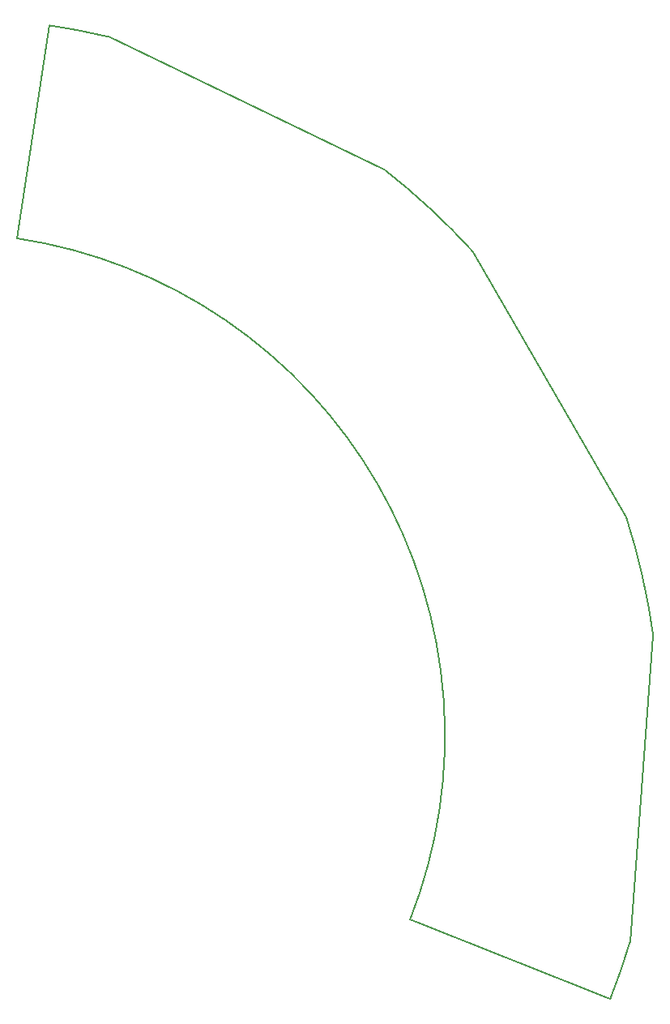
<source format=gbr>
%TF.GenerationSoftware,KiCad,Pcbnew,5.1.6*%
%TF.CreationDate,2020-07-16T12:24:58+02:00*%
%TF.ProjectId,Base-Interconnect,42617365-2d49-46e7-9465-72636f6e6e65,rev?*%
%TF.SameCoordinates,Original*%
%TF.FileFunction,Profile,NP*%
%FSLAX46Y46*%
G04 Gerber Fmt 4.6, Leading zero omitted, Abs format (unit mm)*
G04 Created by KiCad (PCBNEW 5.1.6) date 2020-07-16 12:24:58*
%MOMM*%
%LPD*%
G01*
G04 APERTURE LIST*
%TA.AperFunction,Profile*%
%ADD10C,0.200000*%
%TD*%
G04 APERTURE END LIST*
D10*
X198850078Y-119233300D02*
X219785799Y-127476199D01*
X221840199Y-121540311D02*
G75*
G02*
X219785799Y-127476199I-71840199J21540311D01*
G01*
X161155291Y-25834240D02*
G75*
G02*
X167322199Y-27027801I-11155291J-74165760D01*
G01*
X196156310Y-40884912D02*
G75*
G02*
X205456699Y-49506901I-46156310J-59115088D01*
G01*
X221453916Y-77210869D02*
G75*
G02*
X224272099Y-89575901I-71453916J-22789131D01*
G01*
X224272099Y-89575901D02*
X221840199Y-121540311D01*
X196156310Y-40884912D02*
X167322199Y-27027801D01*
X157768512Y-48077941D02*
X161155291Y-25834241D01*
X157768512Y-48077941D02*
G75*
G02*
X198850078Y-119233300I-7768512J-51922059D01*
G01*
X221453916Y-77210870D02*
X205456699Y-49506901D01*
M02*

</source>
